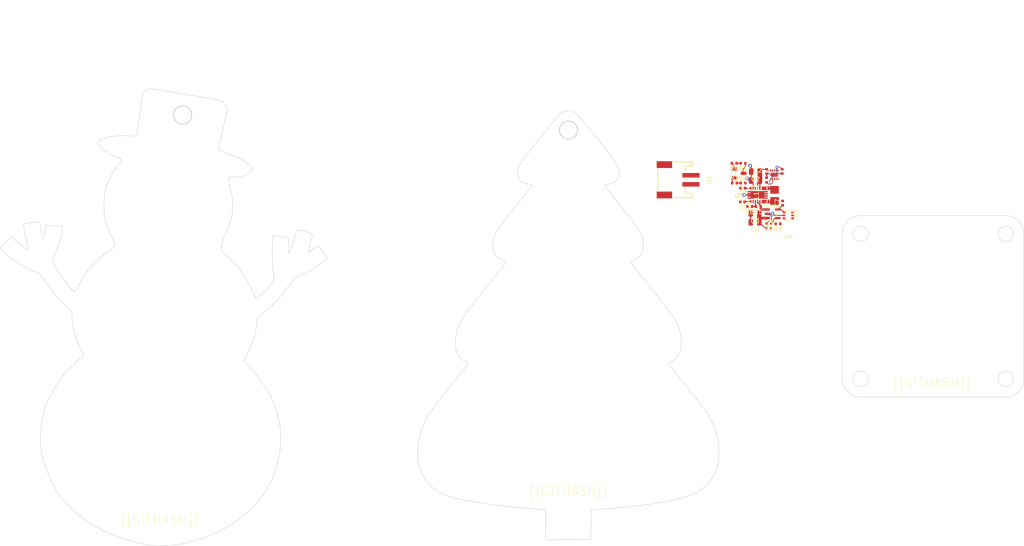
<source format=kicad_pcb>
(kicad_pcb (version 20240108) (generator "pcbnew") (generator_version "8.0")
  (layers (0 "F.Cu" signal) (31 "B.Cu" signal) (34 "B.Paste" user) (35 "F.Paste" user) (36 "B.SilkS" user "B.Silkscreen") (37 "F.SilkS" user "F.Silkscreen") (38 "B.Mask" user) (39 "F.Mask" user) (44 "Edge.Cuts" user))
  (net 0 "")
  (net 1 "gnd")
  (net 2 "vcc-6")
  (net 3 "charger.ic-pg")
  (net 4 "vcc-2")
  (net 5 "ts")
  (net 6 "iset")
  (net 7 "preterm")
  (net 8 "nc")
  (net 9 "battery-vcc")
  (net 10 "vina")
  (net 11 "l2")
  (net 12 "l1")
  (net 13 "buck_boost.ic-pg")
  (net 14 "buck_boost-vcc")
  (net 15 "buck_boost.feedback_div-out")
  (net 16 "vcc")
  (net 17 "ldo.feedback_div-out")
  (net 18 "battery_vdiv.pfet-vcc")
  (net 19 "battery_vdiv.pfet-gnd")
  (net 20 "vcc-3")
  (net 21 "vcc-1")
  (net 22 "qod")
  (net 23 "vcc-4")
  (net 24 "vcc-5")
  (footprint "lib:R0402" (layer "F.Cu") (at 199.709437 70.602658)
    (property "Reference" "R2")
    (property "Value" "62.5mW Thick Film Resistors 50V ±100ppm/℃ ±5% 360Ω 0402  Chip Resistor - Surface Mount ROHS")
  )
  (footprint "lib:C0805" (layer "F.Cu") (at 202.348245 77.290002 180)
    (property "Reference" "C3")
    (property "Value" "25V 10uF X5R ±10% 0805  Multilayer Ceramic Capacitors MLCC - SMD/SMT ROHS")
  )
  (footprint "lib:R0402" (layer "F.Cu") (at 204.900289 69.954126 90)
    (property "Reference" "R10" (hide yes))
    (property "Value" "62.5mW Thick Film Resistors 75V ±1% ±100ppm/℃ 576Ω 0402  Chip Resistor - Surface Mount ROHS")
  )
  (footprint "lib:CONN-SMD_P2.00_S2B-PH-SM4-TB-LF-SN" (layer "F.Cu") (at 185.302 69.898 -90)
    (property "Reference" "U1")
    (property "Value" "")
  )
  (footprint "lib:R0402" (layer "F.Cu") (at 207.419652 79.592989 180)
    (property "Reference" "R8")
    (property "Value" "62.5mW Thick Film Resistors ±100ppm/℃ ±1% 17.4kΩ 0402  Chip Resistor - Surface Mount ROHS")
  )
  (footprint "lib:R0402" (layer "F.Cu") (at 201.180373 75.789864 180)
    (property "Reference" "R6")
    (property "Value" "62.5mW Thick Film Resistors 50V ±100ppm/℃ ±1% 4.02kΩ 0402  Chip Resistor - Surface Mount ROHS")
  )
  (footprint "lib:C0805" (layer "F.Cu") (at 202.356905 79.275882 180)
    (property "Reference" "C4")
    (property "Value" "25V 10uF X5R ±10% 0805  Multilayer Ceramic Capacitors MLCC - SMD/SMT ROHS")
  )
  (footprint "lib:VSON-14_L4.0-W3.0-P0.50-BL-EP_TI_DSJ" (layer "F.Cu") (at 202.931 73.226)
    (property "Reference" "U2")
    (property "Value" "")
  )
  (footprint "lib:C0402" (layer "F.Cu") (at 205.354294 80.609744)
    (property "Reference" "C6")
    (property "Value" "25V 1uF X5R ±10% 0402  Multilayer Ceramic Capacitors MLCC - SMD/SMT ROHS")
  )
  (footprint "lib:C0402" (layer "F.Cu") (at 204.905499 68.061963 -90)
    (property "Reference" "C9" (hide yes))
    (property "Value" "25V 1uF X5R ±10% 0402  Multilayer Ceramic Capacitors MLCC - SMD/SMT ROHS")
  )
  (footprint "lib:C0805" (layer "F.Cu") (at 202.473645 70.080594 180)
    (property "Reference" "C1")
    (property "Value" "25V 10uF X5R ±10% 0805  Multilayer Ceramic Capacitors MLCC - SMD/SMT ROHS")
  )
  (footprint "lib:SOT-23-3_L2.9-W1.3-P1.90-LS2.4-BR" (layer "F.Cu") (at 198.845357 68.474001 180)
    (property "Reference" "Q1")
    (property "Value" "")
  )
  (footprint "lib:IND-SMD_L2.5-W2.0_WPN252012H" (layer "F.Cu") (at 206.666274 73.339782 90)
    (property "Reference" "L1")
    (property "Value" "")
  )
  (footprint "lib:R0402" (layer "F.Cu") (at 197.759439 66.248882 180)
    (property "Reference" "R4")
    (property "Value" "62.5mW Thick Film Resistors 50V ±1% ±200ppm/℃ 100Ω 0402  Chip Resistor - Surface Mount ROHS")
  )
  (footprint "lib:R0402" (layer "F.Cu") (at 199.638857 71.750519 180)
    (property "Reference" "R7")
    (property "Value" "62.5mW Thick Film Resistors 50V ±100ppm/℃ ±1% 1MΩ 0402  Chip Resistor - Surface Mount ROHS")
  )
  (footprint "lib:R0402" (layer "F.Cu") (at 203.099526 75.789864 180)
    (property "Reference" "R5")
    (property "Value" "62.5mW Thick Film Resistors 50V ±100ppm/℃ ±1% 24.3kΩ 0402  Chip Resistor - Surface Mount ROHS")
  )
  (footprint "lib:C0805" (layer "F.Cu") (at 202.461803 68.076818 180)
    (property "Reference" "C2")
    (property "Value" "25V 10uF X5R ±10% 0805  Multilayer Ceramic Capacitors MLCC - SMD/SMT ROHS")
  )
  (footprint "lib:SOT-23-5_L3.0-W1.7-P0.95-LS2.8-BL" (layer "F.Cu") (at 206.224286 77.390337 -90)
    (property "Reference" "U3")
    (property "Value" "")
  )
  (footprint "lib:R0402" (layer "F.Cu") (at 197.82673 70.602658)
    (property "Reference" "R1")
    (property "Value" "62.5mW Thick Film Resistors 50V ±100ppm/℃ ±1% 107Ω 0402  Chip Resistor - Surface Mount ROHS")
  )
  (footprint "lib:R0402" (layer "F.Cu") (at 205.358995 79.588984 180)
    (property "Reference" "R9")
    (property "Value" "62.5mW Thick Film Resistors 50V ±100ppm/℃ ±1% 10.2kΩ 0402  Chip Resistor - Surface Mount ROHS")
  )
  (footprint "lib:C0402" (layer "F.Cu") (at 199.578784 74.764315 180)
    (property "Reference" "C5")
    (property "Value" "16V 100nF X7R ±10% 0402  Multilayer Ceramic Capacitors MLCC - SMD/SMT ROHS")
  )
  (footprint "lib:C0402" (layer "F.Cu") (at 208.432153 75.043964 90)
    (property "Reference" "C7")
    (property "Value" "25V 1uF X5R ±10% 0402  Multilayer Ceramic Capacitors MLCC - SMD/SMT ROHS")
  )
  (footprint "lib:R0402" (layer "F.Cu") (at 199.700953 66.246876 180)
    (property "Reference" "R3")
    (property "Value" "62.5mW Thick Film Resistors 50V ±100ppm/℃ ±1% 100kΩ 0402  Chip Resistor - Surface Mount ROHS")
  )
  (footprint "lib:SC-70-6_L2.2-W1.3-P0.65-LS2.1-BR" (layer "F.Cu") (at 209.708149 77.739439 180)
    (property "Reference" "U4")
    (property "Value" "")
  )
  (footprint "lib:C0402" (layer "F.Cu") (at 208.33857 68.042613 -90)
    (property "Reference" "C8" (hide yes))
    (property "Value" "25V 1uF X5R ±10% 0402  Multilayer Ceramic Capacitors MLCC - SMD/SMT ROHS")
  )
  (footprint "lib:WSON-10_L2.0-W2.0-P0.40-BL-EP" (layer "F.Cu") (at 206.636948 68.779783)
    (property "Reference" "U5" (hide yes))
    (property "Value" "")
  )
  (gr_circle (center 225.62 81.79) (end 227.32 81.79) (stroke (width 0.1)) (fill none) (layer "Edge.Cuts"))
  (gr_circle (center 257.62 113.79) (end 259.32 113.79) (stroke (width 0.1)) (fill none) (layer "Edge.Cuts"))
  (gr_circle (center 257.62 81.79) (end 259.32 81.79) (stroke (width 0.1)) (fill none) (layer "Edge.Cuts"))
  (gr_poly (pts (xy 75.142222 50.797022) (xy 79.756606 51.568267) (xy 82.366969 51.99203) (xy 83.019066 52.095762) (xy 83.303876 52.146979) (xy 83.563537 52.198618) (xy 83.799806 52.251323) (xy 84.01444 52.305736) (xy 84.209196 52.362498) (xy 84.385831 52.422252) (xy 84.546102 52.485641) (xy 84.691766 52.553306) (xy 84.824581 52.62589) (xy 84.946303 52.704035) (xy 85.05869 52.788383) (xy 85.163499 52.879577) (xy 85.262486 52.978258) (xy 85.357409 53.08507) (xy 85.479286 53.234958) (xy 85.586233 53.378736) (xy 85.634185 53.44915) (xy 85.678498 53.519015) (xy 85.719202 53.588656) (xy 85.75633 53.658402) (xy 85.789911 53.728576) (xy 85.819976 53.799506) (xy 85.846558 53.871517) (xy 85.869686 53.944936) (xy 85.889392 54.020089) (xy 85.905707 54.097301) (xy 85.918662 54.176899) (xy 85.928287 54.259209) (xy 85.934615 54.344557) (xy 85.937675 54.433269) (xy 85.937499 54.525672) (xy 85.934119 54.62209) (xy 85.927564 54.722851) (xy 85.917866 54.82828) (xy 85.889166 55.054449) (xy 85.848266 55.303204) (xy 85.795414 55.577155) (xy 85.730859 55.878909) (xy 85.654849 56.211077) (xy 84.878546 59.55341) (xy 84.657875 60.550977) (xy 84.450892 61.532488) (xy 84.331406 62.116419) (xy 84.229648 62.629765) (xy 84.15639 63.017063) (xy 84.122409 63.222849) (xy 84.123062 63.236814) (xy 84.127967 63.251873) (xy 84.137065 63.268001) (xy 84.150302 63.285171) (xy 84.167619 63.303357) (xy 84.188962 63.322534) (xy 84.214273 63.342674) (xy 84.243497 63.363751) (xy 84.313454 63.408613) (xy 84.398381 63.456909) (xy 84.497828 63.50843) (xy 84.611342 63.562966) (xy 84.738473 63.620306) (xy 84.878767 63.680241) (xy 85.031775 63.742561) (xy 85.197043 63.807056) (xy 85.374121 63.873515) (xy 85.562558 63.94173) (xy 85.7619 64.011489) (xy 85.971698 64.082583) (xy 86.585981 64.296029) (xy 87.172975 64.516947) (xy 87.730729 64.744054) (xy 88.257293 64.976069) (xy 88.75072 65.211708) (xy 89.209058 65.449689) (xy 89.63036 65.68873) (xy 90.012676 65.927548) (xy 90.354056 66.16486) (xy 90.652552 66.399385) (xy 90.906214 66.629839) (xy 91.113092 66.85494) (xy 91.271238 67.073405) (xy 91.378702 67.283953) (xy 91.412819 67.385857) (xy 91.433535 67.485301) (xy 91.440605 67.582123) (xy 91.433787 67.676165) (xy 91.41712 67.753004) (xy 91.390362 67.829368) (xy 91.35383 67.905131) (xy 91.307839 67.980165) (xy 91.252707 68.054343) (xy 91.188749 68.12754) (xy 91.116281 68.199626) (xy 91.03562 68.270477) (xy 90.947082 68.339964) (xy 90.850984 68.407961) (xy 90.747641 68.47434) (xy 90.637371 68.538975) (xy 90.520488 68.601739) (xy 90.39731 68.662505) (xy 90.268153 68.721145) (xy 90.133332 68.777534) (xy 89.993165 68.831543) (xy 89.847967 68.883047) (xy 89.543745 68.978027) (xy 89.223197 69.06146) (xy 88.888852 69.132329) (xy 88.54324 69.189618) (xy 88.188892 69.232313) (xy 88.009232 69.24787) (xy 87.828337 69.259397) (xy 87.646523 69.266767) (xy 87.464106 69.269854) (xy 87.202959 69.272042) (xy 86.97453 69.277492) (xy 86.777472 69.288473) (xy 86.690288 69.296746) (xy 86.610443 69.307253) (xy 86.537768 69.320276) (xy 86.472096 69.3361) (xy 86.413258 69.355009) (xy 86.361087 69.377285) (xy 86.315414 69.403211) (xy 86.276071 69.433073) (xy 86.24289 69.467154) (xy 86.215703 69.505736) (xy 86.194342 69.549103) (xy 86.178638 69.59754) (xy 86.168424 69.65133) (xy 86.163532 69.710755) (xy 86.163793 69.776101) (xy 86.169039 69.847649) (xy 86.179102 69.925685) (xy 86.193814 70.010491) (xy 86.236514 70.20155) (xy 86.295792 70.423093) (xy 86.370304 70.677389) (xy 86.458705 70.966708) (xy 86.582128 71.384478) (xy 86.694998 71.803093) (xy 86.797211 72.221567) (xy 86.888665 72.638919) (xy 86.969257 73.054166) (xy 87.038885 73.466323) (xy 87.097447 73.874409) (xy 87.144838 74.277439) (xy 87.180958 74.674432) (xy 87.205702 75.064404) (xy 87.21897 75.446371) (xy 87.220657 75.819352) (xy 87.210662 76.182361) (xy 87.188881 76.534418) (xy 87.155212 76.874538) (xy 87.109553 77.201739) (xy 86.986123 77.871628) (xy 86.830027 78.558912) (xy 86.643845 79.255662) (xy 86.430157 79.953949) (xy 86.19154 80.645848) (xy 85.930575 81.323429) (xy 85.649841 81.978766) (xy 85.351916 82.60393) (xy 85.189192 82.938586) (xy 85.118752 83.093315) (xy 85.055229 83.240939) (xy 84.998352 83.382431) (xy 84.947849 83.518761) (xy 84.903447 83.650903) (xy 84.864875 83.779828) (xy 84.831859 83.906506) (xy 84.804129 84.031911) (xy 84.781412 84.157013) (xy 84.763435 84.282785) (xy 84.749927 84.410197) (xy 84.740615 84.540223) (xy 84.735228 84.673833) (xy 84.733493 84.811999) (xy 84.736223 85.129082) (xy 84.741369 85.261496) (xy 84.750575 85.379459) (xy 84.764997 85.485194) (xy 84.774524 85.534172) (xy 84.785789 85.580928) (xy 84.798934 85.625739) (xy 84.814106 85.668884) (xy 84.831447 85.710641) (xy 84.851104 85.751288) (xy 84.873219 85.791103) (xy 84.897937 85.830364) (xy 84.925403 85.869349) (xy 84.955761 85.908337) (xy 84.989155 85.947605) (xy 85.02573 85.987432) (xy 85.109 86.069873) (xy 85.206725 86.157886) (xy 85.320061 86.253696) (xy 85.598185 86.477602) (xy 86.096863 86.886277) (xy 86.577755 87.306529) (xy 87.04138 87.739064) (xy 87.488258 88.184586) (xy 87.918909 88.6438) (xy 88.333852 89.117412) (xy 88.733607 89.606125) (xy 89.118694 90.110646) (xy 89.489632 90.631678) (xy 89.846941 91.169927) (xy 90.19114 91.726098) (xy 90.52275 92.300895) (xy 90.84229 92.895024) (xy 91.150279 93.509189) (xy 91.447237 94.144095) (xy 91.733683 94.800448) (xy 91.84059 95.047283) (xy 91.945802 95.277558) (xy 92.046625 95.486234) (xy 92.140364 95.668271) (xy 92.224324 95.818627) (xy 92.295813 95.932265) (xy 92.326039 95.973739) (xy 92.352136 96.004143) (xy 92.373767 96.022848) (xy 92.382804 96.027616) (xy 92.390597 96.029223) (xy 92.399173 96.028006) (xy 92.410522 96.024397) (xy 92.441219 96.010237) (xy 92.482045 95.987221) (xy 92.53236 95.955824) (xy 92.591521 95.916524) (xy 92.658887 95.869798) (xy 92.815666 95.755976) (xy 92.997564 95.618173) (xy 93.199447 95.460204) (xy 93.416182 95.285885) (xy 93.642634 95.099032) (xy 93.891007 94.882848) (xy 94.141366 94.648628) (xy 94.390948 94.400061) (xy 94.636991 94.140836) (xy 94.87673 93.874641) (xy 95.107403 93.605164) (xy 95.326247 93.336095) (xy 95.530498 93.071122) (xy 95.717394 92.813933) (xy 95.884171 92.568218) (xy 96.028066 92.337665) (xy 96.146316 92.125962) (xy 96.236159 91.936798) (xy 96.294829 91.773863) (xy 96.311612 91.703383) (xy 96.319566 91.640844) (xy 96.318345 91.586706) (xy 96.307605 91.54143) (xy 96.264441 91.378418) (xy 96.221593 91.121805) (xy 96.138989 90.373142) (xy 96.064068 89.386161) (xy 96.001109 88.251583) (xy 95.954389 87.060129) (xy 95.928186 85.902519) (xy 95.926777 84.869474) (xy 95.95444 84.051714) (xy 96.07471 82.177477) (xy 97.36716 82.304781) (xy 98.13507 82.379263) (xy 98.441266 82.413109) (xy 98.700599 82.449744) (xy 98.916803 82.492956) (xy 99.009898 82.518212) (xy 99.09361 82.546534) (xy 99.168406 82.578395) (xy 99.234753 82.614268) (xy 99.293117 82.654627) (xy 99.343964 82.699946) (xy 99.387763 82.750698) (xy 99.424978 82.807357) (xy 99.456076 82.870396) (xy 99.481525 82.94029) (xy 99.501791 83.017511) (xy 99.51734 83.102533) (xy 99.536155 83.297877) (xy 99.541702 83.530109) (xy 99.537716 83.803018) (xy 99.51607 84.486025) (xy 99.501811 85.019341) (xy 99.495778 85.429631) (xy 99.49953 85.727933) (xy 99.505563 85.838537) (xy 99.514626 85.925284) (xy 99.526915 85.989553) (xy 99.542625 86.032723) (xy 99.551823 86.046828) (xy 99.56195 86.056175) (xy 99.573029 86.060938) (xy 99.585085 86.061289) (xy 99.612224 86.049443) (xy 99.643564 86.022019) (xy 99.679299 85.980395) (xy 99.719623 85.925951) (xy 99.770963 85.835961) (xy 99.83738 85.6921) (xy 100.00736 85.267042) (xy 100.213404 84.699332) (xy 100.439353 84.037526) (xy 100.669049 83.330178) (xy 100.886332 82.625845) (xy 101.075044 81.973082) (xy 101.219027 81.420443) (xy 101.232451 81.367288) (xy 101.246658 81.317349) (xy 101.261814 81.270604) (xy 101.278084 81.227032) (xy 101.295634 81.186611) (xy 101.314631 81.149321) (xy 101.33524 81.115138) (xy 101.357628 81.084043) (xy 101.381959 81.056013) (xy 101.4084 81.031027) (xy 101.437117 81.009064) (xy 101.468275 80.990102) (xy 101.502041 80.974119) (xy 101.538581 80.961095) (xy 101.578059 80.951007) (xy 101.620643 80.943835) (xy 101.666497 80.939556) (xy 101.715788 80.938149) (xy 101.768682 80.939594) (xy 101.825345 80.943867) (xy 101.885942 80.950949) (xy 101.950639 80.960817) (xy 102.019603 80.97345) (xy 102.092998 80.988826) (xy 102.170992 81.006924) (xy 102.253749 81.027723) (xy 102.434219 81.077337) (xy 102.635734 81.137495) (xy 102.859622 81.208025) (xy 103.581471 81.438726) (xy 103.868146 81.535185) (xy 104.108644 81.625316) (xy 104.212356 81.669476) (xy 104.305459 81.713816) (xy 104.388264 81.758923) (xy 104.461082 81.805384) (xy 104.524226 81.853787) (xy 104.578006 81.904719) (xy 104.622735 81.958768) (xy 104.658725 82.01652) (xy 104.686285 82.078563) (xy 104.705729 82.145484) (xy 104.717368 82.217871) (xy 104.721513 82.296311) (xy 104.718476 82.381392) (xy 104.708568 82.4737) (xy 104.692102 82.573823) (xy 104.669388 82.682348) (xy 104.606464 82.926954) (xy 104.522289 83.212218) (xy 104.300158 83.92351) (xy 104.076968 84.658354) (xy 103.993442 84.95378) (xy 103.929762 85.203046) (xy 103.886777 85.407528) (xy 103.865337 85.568604) (xy 103.862962 85.633296) (xy 103.866292 85.687652) (xy 103.875434 85.731846) (xy 103.890492 85.766049) (xy 103.911574 85.790433) (xy 103.938786 85.805172) (xy 103.972234 85.810436) (xy 104.012025 85.806398) (xy 104.058263 85.79323) (xy 104.111056 85.771105) (xy 104.236732 85.700671) (xy 104.3899 85.596472) (xy 104.571411 85.459887) (xy 105.02286 85.095065) (xy 105.918216 84.355181) (xy 106.388476 84.86751) (xy 106.496975 84.987739) (xy 106.625318 85.133369) (xy 106.92254 85.478508) (xy 107.242155 85.858286) (xy 107.546176 86.22806) (xy 108.2336 87.076296) (xy 106.72333 88.254687) (xy 106.031007 88.783192) (xy 105.392025 89.245391) (xy 105.089314 89.453516) (xy 104.796071 89.647331) (xy 104.511007 89.827593) (xy 104.232833 89.995056) (xy 103.960259 90.150478) (xy 103.691998 90.294613) (xy 103.426759 90.428217) (xy 103.163254 90.552046) (xy 102.900193 90.666855) (xy 102.636288 90.773401) (xy 102.370249 90.872439) (xy 102.100787 90.964724) (xy 101.955978 91.013649) (xy 101.818902 91.062832) (xy 101.689432 91.112348) (xy 101.567439 91.162273) (xy 101.452795 91.212683) (xy 101.345371 91.263651) (xy 101.245039 91.315254) (xy 101.151671 91.367567) (xy 101.065138 91.420665) (xy 100.985313 91.474624) (xy 100.912065 91.529517) (xy 100.845269 91.585421) (xy 100.784794 91.642412) (xy 100.730512 91.700563) (xy 100.682296 91.759951) (xy 100.640017 91.82065) (xy 100.313962 92.312951) (xy 99.958065 92.82026) (xy 99.575318 93.339289) (xy 99.168711 93.866747) (xy 98.741234 94.399346) (xy 98.295878 94.933795) (xy 97.835635 95.466804) (xy 97.363494 95.995083) (xy 96.882446 96.515343) (xy 96.395482 97.024295) (xy 95.905593 97.518647) (xy 95.415769 97.995111) (xy 94.929002 98.450396) (xy 94.44828 98.881213) (xy 93.976596 99.284272) (xy 93.51694 99.656283) (xy 93.364132 99.777198) (xy 93.228349 99.887118) (xy 93.108601 99.987555) (xy 93.003899 100.080022) (xy 92.913256 100.166032) (xy 92.835682 100.247098) (xy 92.770188 100.324733) (xy 92.741662 100.362737) (xy 92.715786 100.40045) (xy 92.692435 100.438062) (xy 92.671487 100.475762) (xy 92.652817 100.513738) (xy 92.636302 100.552181) (xy 92.621819 100.591279) (xy 92.609244 100.631221) (xy 92.589322 100.714395) (xy 92.575548 100.803215) (xy 92.566934 100.899195) (xy 92.56249 101.003847) (xy 92.561229 101.118685) (xy 92.548214 101.459191) (xy 92.510172 101.840399) (xy 92.448603 102.257479) (xy 92.365007 102.705605) (xy 92.260885 103.179948) (xy 92.137739 103.675679) (xy 91.997068 104.187971) (xy 91.840373 104.711996) (xy 91.669155 105.242926) (xy 91.484915 105.775933) (xy 91.289154 106.306188) (xy 91.083372 106.828864) (xy 90.86907 107.339132) (xy 90.647749 107.832164) (xy 90.420909 108.303133) (xy 90.190051 108.74721) (xy 89.658061 109.729433) (xy 90.799319 111.025652) (xy 91.552256 111.894452) (xy 92.247519 112.726345) (xy 92.887901 113.52649) (xy 93.476195 114.300047) (xy 94.015193 115.052178) (xy 94.507688 115.788042) (xy 94.956473 116.5128) (xy 95.364341 117.231612) (xy 95.734083 117.949638) (xy 96.068493 118.672038) (xy 96.370364 119.403974) (xy 96.642488 120.150605) (xy 96.887657 120.917091) (xy 97.108665 121.708593) (xy 97.308304 122.530271) (xy 97.489367 123.387286) (xy 97.659586 124.435519) (xy 97.764545 125.512723) (xy 97.805707 126.613102) (xy 97.784533 127.73086) (xy 97.702485 128.860202) (xy 97.561026 129.995332) (xy 97.361618 131.130454) (xy 97.105722 132.259774) (xy 96.794801 133.377494) (xy 96.430316 134.47782) (xy 96.01373 135.554956) (xy 95.546505 136.603107) (xy 95.030102 137.616476) (xy 94.465984 138.589268) (xy 93.855613 139.515689) (xy 93.20045 140.389941) (xy 92.386005 141.350273) (xy 91.510226 142.273552) (xy 90.576227 143.158109) (xy 89.587122 144.002278) (xy 88.546024 144.80439) (xy 87.456048 145.562779) (xy 86.320308 146.275777) (xy 85.141916 146.941716) (xy 83.923988 147.558929) (xy 82.669636 148.125749) (xy 81.381976 148.640508) (xy 80.06412 149.101539) (xy 78.719182 149.507174) (xy 77.350277 149.855747) (xy 75.960518 150.145589) (xy 74.553019 150.375033) (xy 73.862872 150.459306) (xy 73.131633 150.525975) (xy 72.383923 150.574372) (xy 71.644361 150.603827) (xy 70.93757 150.613671) (xy 70.288169 150.603235) (xy 69.720779 150.57185) (xy 69.475532 150.548093) (xy 69.26002 150.518847) (xy 69.260051 150.518832) (xy 67.831835 150.262486) (xy 66.416949 149.953785) (xy 65.016193 149.592984) (xy 63.630368 149.180338) (xy 62.260274 148.716103) (xy 60.90671 148.200532) (xy 59.570477 147.633881) (xy 58.252375 147.016405) (xy 57.283074 146.528505) (xy 56.847829 146.298277) (xy 56.438641 146.072324) (xy 56.050351 145.846994) (xy 55.6778 145.618633) (xy 55.315827 145.383588) (xy 54.959273 145.138205) (xy 54.602979 144.87883) (xy 54.241783 144.601811) (xy 53.870528 144.303492) (xy 53.484054 143.980222) (xy 52.644807 143.244211) (xy 51.682765 142.36455) (xy 51.097036 141.804159) (xy 50.54538 141.238954) (xy 50.025658 140.665073) (xy 49.535731 140.078649) (xy 49.07346 139.475819) (xy 48.636705 138.852719) (xy 48.223328 138.205483) (xy 47.831189 137.530249) (xy 47.458149 136.823151) (xy 47.10207 136.080325) (xy 46.760812 135.297907) (xy 46.432236 134.472032) (xy 46.114202 133.598836) (xy 45.804573 132.674455) (xy 45.501208 131.695024) (xy 45.201968 130.656679) (xy 45.078569 130.147371) (xy 44.978794 129.594224) (xy 44.90231 129.00242) (xy 44.848785 128.377144) (xy 44.817886 127.723579) (xy 44.809281 127.046907) (xy 44.822637 126.352311) (xy 44.857621 125.644974) (xy 44.913901 124.93008) (xy 44.991145 124.212811) (xy 45.089019 123.498351) (xy 45.207191 122.791883) (xy 45.345328 122.098589) (xy 45.503099 121.423652) (xy 45.68017 120.772256) (xy 45.876208 120.149584) (xy 46.005143 119.787909) (xy 46.154924 119.401263) (xy 46.508073 118.570286) (xy 46.917749 117.69111) (xy 47.366047 116.79819) (xy 47.83506 115.92598) (xy 48.306883 115.108937) (xy 48.76361 114.381515) (xy 48.980717 114.062179) (xy 49.187335 113.77817) (xy 49.387433 113.519297) (xy 49.599256 113.255538) (xy 50.056372 112.715109) (xy 50.555279 112.160374) (xy 51.092575 111.594824) (xy 51.664855 111.021952) (xy 52.268718 110.445248) (xy 52.900758 109.868205) (xy 53.557574 109.294314) (xy 54.329783 108.634142) (xy 53.616031 107.110232) (xy 53.390001 106.6154) (xy 53.179365 106.128819) (xy 52.984012 105.650049) (xy 52.803829 105.178652) (xy 52.638704 104.71419) (xy 52.488525 104.256224) (xy 52.353181 103.804315) (xy 52.232559 103.358025) (xy 52.126547 102.916915) (xy 52.035034 102.480548) (xy 51.957906 102.048484) (xy 51.895053 101.620284) (xy 51.846363 101.195511) (xy 51.811722 100.773726) (xy 51.79102 100.35449) (xy 51.784144 99.937365) (xy 51.780657 99.620612) (xy 51.776007 99.482669) (xy 51.769161 99.357285) (xy 51.759927 99.243666) (xy 51.748111 99.141014) (xy 51.733519 99.048534) (xy 51.715958 98.96543) (xy 51.695233 98.890904) (xy 51.671153 98.824161) (xy 51.643523 98.764406) (xy 51.612149 98.71084) (xy 51.576839 98.662669) (xy 51.537399 98.619096) (xy 51.493635 98.579325) (xy 51.445353 98.542559) (xy 51.149902 98.324092) (xy 50.839064 98.073347) (xy 50.514896 97.792628) (xy 50.179453 97.484238) (xy 49.834791 97.150482) (xy 49.482966 96.793665) (xy 49.126033 96.41609) (xy 48.766047 96.020062) (xy 48.405065 95.607885) (xy 48.045142 95.181864) (xy 47.688333 94.744302) (xy 47.336694 94.297504) (xy 46.992281 93.843774) (xy 46.657149 93.385417) (xy 46.333354 92.924737) (xy 46.022952 92.464037) (xy 45.611719 91.844971) (xy 45.279782 91.362091) (xy 45.137757 91.165551) (xy 45.008606 90.995655) (xy 44.89001 90.849933) (xy 44.779654 90.725918) (xy 44.675221 90.621143) (xy 44.574392 90.533138) (xy 44.474852 90.459437) (xy 44.374284 90.397571) (xy 44.27037 90.345073) (xy 44.160793 90.299474) (xy 44.043237 90.258307) (xy 43.915385 90.219103) (xy 43.593888 90.117525) (xy 43.255864 89.996009) (xy 42.903268 89.855657) (xy 42.538058 89.697573) (xy 42.162189 89.522858) (xy 41.777618 89.332616) (xy 41.386301 89.127951) (xy 40.990194 88.909964) (xy 40.591254 88.679759) (xy 40.191438 88.438438) (xy 39.792701 88.187105) (xy 39.396999 87.926862) (xy 39.00629 87.658812) (xy 38.622529 87.384058) (xy 38.247673 87.103703) (xy 37.883677 86.81885) (xy 37.49456 86.502783) (xy 37.131548 86.199554) (xy 36.802586 85.916398) (xy 36.515619 85.660548) (xy 36.278593 85.439239) (xy 36.099452 85.259705) (xy 36.034071 85.187865) (xy 35.986141 85.129182) (xy 35.956654 85.08456) (xy 35.946605 85.054903) (xy 35.948192 85.042433) (xy 35.952903 85.026953) (xy 35.971384 84.987332) (xy 36.001425 84.936776) (xy 36.042403 84.876021) (xy 36.093695 84.805804) (xy 36.154681 84.726859) (xy 36.224736 84.639924) (xy 36.303239 84.545735) (xy 36.389567 84.445026) (xy 36.483097 84.338536) (xy 36.689276 84.11115) (xy 36.916796 83.869466) (xy 37.037003 83.745102) (xy 37.160678 83.619372) (xy 38.374759 82.395922) (xy 39.365809 83.301684) (xy 39.814301 83.698656) (xy 40.266196 84.075272) (xy 40.704205 84.419302) (xy 41.111041 84.718514) (xy 41.469414 84.960676) (xy 41.625024 85.056541) (xy 41.762035 85.133557) (xy 41.878286 85.190195) (xy 41.971615 85.224926) (xy 42.039863 85.236222) (xy 42.063905 85.232603) (xy 42.080867 85.222552) (xy 42.085566 85.215268) (xy 42.089233 85.203934) (xy 42.093537 85.169549) (xy 42.093921 85.120268) (xy 42.090523 85.056964) (xy 42.083485 84.98051) (xy 42.072948 84.891778) (xy 42.059051 84.79164) (xy 42.041937 84.68097) (xy 41.998614 84.43152) (xy 41.944105 84.150408) (xy 41.879534 83.844615) (xy 41.806025 83.52112) (xy 41.578977 82.541169) (xy 41.399614 81.732306) (xy 41.265507 81.079136) (xy 41.174225 80.56626) (xy 41.123338 80.17828) (xy 41.112283 80.026315) (xy 41.110416 79.899799) (xy 41.117432 79.796809) (xy 41.133029 79.71542) (xy 41.156901 79.653706) (xy 41.188746 79.609743) (xy 41.213078 79.592846) (xy 41.252556 79.575085) (xy 41.372962 79.537437) (xy 41.541984 79.497733) (xy 41.751641 79.456905) (xy 42.26094 79.37561) (xy 42.837013 79.301016) (xy 43.416018 79.240586) (xy 43.934111 79.201782) (xy 44.150364 79.192822) (xy 44.327447 79.192067) (xy 44.45738 79.20045) (xy 44.532183 79.218905) (xy 44.538527 79.223215) (xy 44.545097 79.229471) (xy 44.551878 79.23762) (xy 44.558855 79.247608) (xy 44.573336 79.272888) (xy 44.588416 79.304879) (xy 44.603974 79.343154) (xy 44.619887 79.387282) (xy 44.636031 79.436835) (xy 44.652284 79.491383) (xy 44.668525 79.550496) (xy 44.684629 79.613746) (xy 44.700475 79.680703) (xy 44.715939 79.750937) (xy 44.7309 79.82402) (xy 44.745234 79.899521) (xy 44.75882 79.977012) (xy 44.771533 80.056063) (xy 44.946351 81.130774) (xy 45.025944 81.564983) (xy 45.101061 81.931234) (xy 45.172253 82.230134) (xy 45.24007 82.462288) (xy 45.305063 82.628302) (xy 45.336673 82.686696) (xy 45.367783 82.728781) (xy 45.398463 82.754634) (xy 45.428781 82.764331) (xy 45.458807 82.757947) (xy 45.488608 82.735557) (xy 45.518254 82.697238) (xy 45.547814 82.643066) (xy 45.606951 82.487462) (xy 45.666568 82.269351) (xy 45.727218 81.98934) (xy 45.78945 81.648032) (xy 45.853816 81.246035) (xy 46.055377 79.918581) (xy 47.417926 79.96628) (xy 48.109143 79.993687) (xy 48.392021 80.009194) (xy 48.636741 80.027435) (xy 48.846051 80.049559) (xy 49.022696 80.076715) (xy 49.169424 80.110051) (xy 49.288982 80.150717) (xy 49.339431 80.174158) (xy 49.384117 80.199861) (xy 49.423385 80.227972) (xy 49.457577 80.258632) (xy 49.487036 80.291987) (xy 49.512107 80.32818) (xy 49.533132 80.367353) (xy 49.550455 80.409652) (xy 49.575367 80.504197) (xy 49.589592 80.612965) (xy 49.595876 80.737105) (xy 49.596965 80.877764) (xy 49.590289 81.099803) (xy 49.571905 81.336737) (xy 49.542029 81.587807) (xy 49.500879 81.852253) (xy 49.448672 82.129318) (xy 49.385623 82.418243) (xy 49.311951 82.718269) (xy 49.227873 83.028637) (xy 49.133604 83.34859) (xy 49.029362 83.677367) (xy 48.915364 84.014212) (xy 48.791827 84.358364) (xy 48.658967 84.709065) (xy 48.517002 85.065558) (xy 48.366148 85.427082) (xy 48.206622 85.792879) (xy 47.949769 86.374791) (xy 47.755997 86.832451) (xy 47.68104 87.021721) (xy 47.619784 87.188367) (xy 47.571537 87.335205) (xy 47.535609 87.465048) (xy 47.511311 87.580709) (xy 47.497952 87.685002) (xy 47.494842 87.78074) (xy 47.501291 87.870737) (xy 47.516609 87.957807) (xy 47.540106 88.044763) (xy 47.571091 88.134418) (xy 47.608874 88.229586) (xy 47.761079 88.551834) (xy 47.975096 88.939463) (xy 48.241913 89.380584) (xy 48.55252 89.863307) (xy 49.269066 90.905997) (xy 50.052651 91.972411) (xy 50.831193 92.967426) (xy 51.196047 93.408433) (xy 51.532609 93.795921) (xy 51.831869 94.117998) (xy 52.084818 94.362774) (xy 52.282443 94.518359) (xy 52.357694 94.558989) (xy 52.415736 94.572863) (xy 52.426811 94.571375) (xy 52.439084 94.56696) (xy 52.452509 94.559691) (xy 52.467041 94.549641) (xy 52.482633 94.536883) (xy 52.499239 94.521489) (xy 52.516813 94.503532) (xy 52.535309 94.483086) (xy 52.574881 94.435018) (xy 52.617586 94.377866) (xy 52.663055 94.312214) (xy 52.710918 94.238646) (xy 52.760808 94.157745) (xy 52.812354 94.070093) (xy 52.865187 93.976276) (xy 52.918939 93.876875) (xy 52.97324 93.772474) (xy 53.02772 93.663657) (xy 53.082012 93.551007) (xy 53.135745 93.435107) (xy 53.405424 92.869327) (xy 53.69623 92.311615) (xy 54.007442 91.76282) (xy 54.338342 91.223792) (xy 54.688208 90.695381) (xy 55.05632 90.178436) (xy 55.441958 89.673808) (xy 55.844402 89.182347) (xy 56.262932 88.704901) (xy 56.696828 88.242322) (xy 57.145369 87.795459) (xy 57.607836 87.365163) (xy 58.083508 86.952281) (xy 58.571665 86.557666) (xy 59.071586 86.182166) (xy 59.582553 85.826632) (xy 59.914962 85.598282) (xy 60.214172 85.3804) (xy 60.477869 85.17504) (xy 60.595674 85.077698) (xy 60.703732 84.984257) (xy 60.801753 84.894974) (xy 60.889447 84.810106) (xy 60.966524 84.72991) (xy 61.032694 84.654642) (xy 61.087669 84.584559) (xy 61.131158 84.519919) (xy 61.162872 84.460977) (xy 61.182521 84.407992) (xy 61.189444 84.378526) (xy 61.194656 84.347449) (xy 61.198136 84.314702) (xy 61.199864 84.280227) (xy 61.197977 84.205863) (xy 61.188829 84.123892) (xy 61.172254 84.033852) (xy 61.148084 83.935279) (xy 61.116154 83.82771) (xy 61.076297 83.71068) (xy 61.028345 83.583727) (xy 60.972134 83.446388) (xy 60.907495 83.298197) (xy 60.834263 83.138693) (xy 60.75227 82.967412) (xy 60.661351 82.783889) (xy 60.561339 82.587662) (xy 60.452067 82.378268) (xy 60.237971 81.961359) (xy 60.041673 81.555601) (xy 59.862568 81.158484) (xy 59.700049 80.767498) (xy 59.553508 80.380135) (xy 59.422339 79.993885) (xy 59.305935 79.60624) (xy 59.203689 79.21469) (xy 59.114995 78.816725) (xy 59.039245 78.409838) (xy 58.975833 77.991518) (xy 58.924151 77.559256) (xy 58.883594 77.110544) (xy 58.853553 76.642872) (xy 58.833423 76.153731) (xy 58.822596 75.640612) (xy 58.82378 75.019765) (xy 58.843433 74.425285) (xy 58.882591 73.854032) (xy 58.942291 73.302869) (xy 59.023569 72.768658) (xy 59.127459 72.248262) (xy 59.255 71.738542) (xy 59.407225 71.236361) (xy 59.585172 70.73858) (xy 59.789877 70.242062) (xy 60.022374 69.743669) (xy 60.283701 69.240263) (xy 60.574893 68.728705) (xy 60.896986 68.205859) (xy 61.251015 67.668586) (xy 61.638018 67.113749) (xy 61.84244 66.825076) (xy 62.020375 66.566593) (xy 62.17201 66.336298) (xy 62.29753 66.132187) (xy 62.397121 65.95226) (xy 62.470968 65.794512) (xy 62.498296 65.72333) (xy 62.519258 65.656942) (xy 62.533877 65.595098) (xy 62.542176 65.537547) (xy 62.544179 65.484039) (xy 62.539908 65.434323) (xy 62.529387 65.388151) (xy 62.512639 65.34527) (xy 62.489688 65.305431) (xy 62.460556 65.268384) (xy 62.425267 65.233878) (xy 62.383844 65.201662) (xy 62.33631 65.171487) (xy 62.282689 65.143103) (xy 62.157276 65.090703) (xy 62.007792 65.042459) (xy 61.834422 64.996371) (xy 61.657986 64.943069) (xy 61.445562 64.862593) (xy 61.203024 64.758325) (xy 60.93625 64.633653) (xy 60.353499 64.336631) (xy 59.744319 63.998608) (xy 59.155721 63.646664) (xy 58.634716 63.307879) (xy 58.414252 63.151884) (xy 58.228316 63.009334) (xy 58.082783 62.883614) (xy 57.983531 62.778109) (xy 57.869943 62.622242) (xy 57.777351 62.470362) (xy 57.705558 62.322559) (xy 57.654369 62.178917) (xy 57.623588 62.039526) (xy 57.613018 61.904471) (xy 57.622463 61.773839) (xy 57.651728 61.647718) (xy 57.700616 61.526195) (xy 57.768931 61.409356) (xy 57.856477 61.297289) (xy 57.963058 61.190081) (xy 58.088479 61.087819) (xy 58.232542 60.99059) (xy 58.395052 60.89848) (xy 58.575812 60.811578) (xy 58.774627 60.72997) (xy 58.991301 60.653743) (xy 59.225638 60.582984) (xy 59.477441 60.51778) (xy 59.746514 60.458218) (xy 60.032661 60.404385) (xy 60.335687 60.356369) (xy 60.655395 60.314256) (xy 60.991589 60.278134) (xy 61.344073 60.248089) (xy 61.712651 60.224208) (xy 62.097127 60.20658) (xy 62.497305 60.195289) (xy 62.912988 60.190424) (xy 63.343981 60.192072) (xy 63.790088 60.20032) (xy 66.056857 60.258219) (xy 66.273486 58.80189) (xy 66.542465 56.891029) (xy 66.884944 54.341891) (xy 67.190183 52.053843) (xy 67.248082 51.679802) (xy 67.303557 51.37005) (xy 67.359078 51.117137) (xy 67.417116 50.913616) (xy 67.48014 50.752035) (xy 67.55062 50.624945) (xy 67.631027 50.524898) (xy 67.72383 50.444442) (xy 67.831501 50.37613) (xy 67.956508 50.312512) (xy 68.268412 50.169558) (xy 69.100734 49.778315)) (stroke (width 0.1)) (fill none) (layer "Edge.Cuts"))
  (gr_arc (start 261.62 113.79) (mid 260.448427 116.618427) (end 257.62 117.79) (stroke (width 0.1)) (layer "Edge.Cuts"))
  (gr_arc (start 225.62 117.79) (mid 222.791573 116.618427) (end 221.62 113.79) (stroke (width 0.1)) (layer "Edge.Cuts"))
  (gr_line (start 261.62 113.79) (end 261.62 81.79) (stroke (width 0.1)) (layer "Edge.Cuts"))
  (gr_circle (center 161.229974 58.946031) (end 163.229974 58.946031) (stroke (width 0.2)) (fill none) (layer "Edge.Cuts"))
  (gr_line (start 221.62 81.79) (end 221.62 113.79) (stroke (width 0.1)) (layer "Edge.Cuts"))
  (gr_arc (start 257.62 77.79) (mid 260.448427 78.961573) (end 261.62 81.79) (stroke (width 0.1)) (layer "Edge.Cuts"))
  (gr_poly (pts (xy 161.429183 54.643361) (xy 161.588699 54.648976) (xy 161.743405 54.660128) (xy 161.8913 54.67685) (xy 162.030385 54.699174) (xy 162.158659 54.727132) (xy 162.274122 54.760758) (xy 162.374774 54.800082) (xy 162.418214 54.822065) (xy 162.465501 54.850416) (xy 162.517128 54.885713) (xy 162.573587 54.928531) (xy 162.702967 55.039035) (xy 162.857578 55.186538) (xy 163.041357 55.37565) (xy 163.258241 55.610981) (xy 163.512165 55.897139) (xy 163.807067 56.238735) (xy 164.146884 56.640378) (xy 164.53555 57.106678) (xy 164.977005 57.642244) (xy 165.475183 58.251687) (xy 166.657456 59.710639) (xy 168.113864 61.520411) (xy 169.490282 63.25197) (xy 170.562092 64.650979) (xy 170.993296 65.243203) (xy 171.359779 65.7732) (xy 171.665351 66.247941) (xy 171.913823 66.674396) (xy 172.109006 67.059535) (xy 172.254708 67.41033) (xy 172.354741 67.733749) (xy 172.412915 68.036764) (xy 172.433041 68.326344) (xy 172.418927 68.609461) (xy 172.374385 68.893084) (xy 172.303226 69.184183) (xy 172.274597 69.278158) (xy 172.242 69.369887) (xy 172.205507 69.459324) (xy 172.165188 69.546423) (xy 172.121114 69.631137) (xy 172.073357 69.713419) (xy 172.021987 69.793223) (xy 171.967076 69.870502) (xy 171.908694 69.945208) (xy 171.846914 70.017296) (xy 171.781806 70.08672) (xy 171.71344 70.153431) (xy 171.641889 70.217383) (xy 171.567223 70.278531) (xy 171.489513 70.336826) (xy 171.408831 70.392223) (xy 171.325247 70.444674) (xy 171.238833 70.494134) (xy 171.14966 70.540554) (xy 171.057799 70.58389) (xy 170.96332 70.624093) (xy 170.866295 70.661118) (xy 170.766796 70.694917) (xy 170.664893 70.725444) (xy 170.560657 70.752652) (xy 170.45416 70.776495) (xy 170.345472 70.796926) (xy 170.234664 70.813898) (xy 170.121809 70.827364) (xy 170.006976 70.837278) (xy 169.890237 70.843593) (xy 169.771663 70.846262) (xy 169.726607 70.847177) (xy 169.681188 70.849133) (xy 169.590479 70.855957) (xy 169.501974 70.8663) (xy 169.418107 70.879728) (xy 169.378675 70.887463) (xy 169.341315 70.895806) (xy 169.306334 70.904703) (xy 169.274034 70.9141) (xy 169.244721 70.923942) (xy 169.218699 70.934176) (xy 169.196272 70.944746) (xy 169.177745 70.955599) (xy 169.171643 70.965792) (xy 169.172154 70.983757) (xy 169.17922 71.009417) (xy 169.192785 71.042693) (xy 169.239181 71.131786) (xy 169.310885 71.250417) (xy 169.407439 71.397965) (xy 169.528385 71.573811) (xy 169.673265 71.777334) (xy 169.841623 72.007915) (xy 170.246938 72.547768) (xy 170.740668 73.18841) (xy 171.319154 73.924882) (xy 171.978732 74.752222) (xy 174.641332 78.093405) (xy 175.537111 79.246786) (xy 176.200008 80.134787) (xy 176.673118 80.816979) (xy 176.99954 81.352933) (xy 177.222371 81.802218) (xy 177.384708 82.224406) (xy 177.462833 82.472098) (xy 177.531331 82.72855) (xy 177.59016 82.991701) (xy 177.639284 83.259489) (xy 177.678662 83.529854) (xy 177.708257 83.800735) (xy 177.728028 84.070071) (xy 177.737937 84.335802) (xy 177.737946 84.595867) (xy 177.728014 84.848205) (xy 177.708104 85.090755) (xy 177.678176 85.321456) (xy 177.638191 85.538248) (xy 177.588111 85.739069) (xy 177.527896 85.92186) (xy 177.457507 86.084559) (xy 177.391656 86.207668) (xy 177.318059 86.327563) (xy 177.236853 86.444134) (xy 177.148173 86.557272) (xy 177.052156 86.666869) (xy 176.948938 86.772814) (xy 176.838657 86.874999) (xy 176.721448 86.973315) (xy 176.597448 87.067652) (xy 176.466794 87.157903) (xy 176.32962 87.243956) (xy 176.186065 87.325705) (xy 176.036265 87.403039) (xy 175.880355 87.475849) (xy 175.718473 87.544027) (xy 175.550754 87.607462) (xy 175.482045 87.632835) (xy 175.415483 87.658969) (xy 175.351405 87.685667) (xy 175.290146 87.712731) (xy 175.23204 87.739963) (xy 175.177423 87.767164) (xy 175.126631 87.794136) (xy 175.079997 87.820681) (xy 175.037859 87.846601) (xy 175.00055 87.871698) (xy 174.968407 87.895773) (xy 174.941764 87.918629) (xy 174.920956 87.940066) (xy 174.90632 87.959888) (xy 174.898189 87.977896) (xy 174.896668 87.986157) (xy 174.8969 87.993891) (xy 174.922027 88.037315) (xy 174.991394 88.135797) (xy 175.25375 88.486297) (xy 176.209258 89.720013) (xy 177.617844 91.508896) (xy 179.333926 93.666804) (xy 181.092323 95.879526) (xy 182.616098 97.817656) (xy 183.742073 99.272256) (xy 184.307071 100.034388) (xy 184.515284 100.360502) (xy 184.7117 100.694247) (xy 184.896111 101.034954) (xy 185.068309 101.381957) (xy 185.228084 101.734588) (xy 185.375229 102.092181) (xy 185.509535 102.454068) (xy 185.630794 102.819582) (xy 185.738797 103.188056) (xy 185.833335 103.558822) (xy 185.914201 103.931214) (xy 185.981186 104.304563) (xy 186.034081 104.678204) (xy 186.072678 105.051468) (xy 186.096768 105.423689) (xy 186.106143 105.794199) (xy 186.105091 106.172735) (xy 186.095928 106.491761) (xy 186.087599 106.633067) (xy 186.076394 106.764426) (xy 186.062032 106.887483) (xy 186.044229 107.003882) (xy 186.022703 107.115265) (xy 185.997171 107.223277) (xy 185.967351 107.329562) (xy 185.932961 107.435763) (xy 185.893716 107.543524) (xy 185.849336 107.654488) (xy 185.744037 107.892603) (xy 185.654537 108.079442) (xy 185.563285 108.257402) (xy 185.469989 108.426825) (xy 185.374358 108.588053) (xy 185.276102 108.741425) (xy 185.174928 108.887283) (xy 185.070547 109.025968) (xy 184.962667 109.15782) (xy 184.850997 109.283181) (xy 184.735246 109.402392) (xy 184.615122 109.515794) (xy 184.490336 109.623727) (xy 184.360596 109.726532) (xy 184.22561 109.824551) (xy 184.085088 109.918125) (xy 183.938739 110.007593) (xy 183.810996 110.084401) (xy 183.691836 110.159793) (xy 183.583867 110.231854) (xy 183.489696 110.298666) (xy 183.41193 110.358313) (xy 183.380014 110.384851) (xy 183.353176 110.408878) (xy 183.331744 110.430155) (xy 183.316042 110.448443) (xy 183.306397 110.463502) (xy 183.303947 110.469746) (xy 183.303134 110.475092) (xy 183.318272 110.503511) (xy 183.362609 110.567965) (xy 183.532916 110.797359) (xy 183.802115 111.148045) (xy 184.158269 111.604794) (xy 185.08369 112.775559) (xy 186.213672 114.187815) (xy 189.362188 118.120691) (xy 190.402126 119.447898) (xy 191.169656 120.462983) (xy 191.727633 121.251467) (xy 192.13891 121.898876) (xy 192.466342 122.490732) (xy 192.772785 123.112559) (xy 193.051147 123.726705) (xy 193.303988 124.346147) (xy 193.531154 124.969731) (xy 193.732492 125.596305) (xy 193.907848 126.224716) (xy 194.05707 126.853811) (xy 194.180003 127.482437) (xy 194.276494 128.109442) (xy 194.346391 128.733673) (xy 194.389538 129.353977) (xy 194.405784 129.969202) (xy 194.394974 130.578194) (xy 194.356955 131.1798) (xy 194.291575 131.772869) (xy 194.198678 132.356247) (xy 194.078113 132.928782) (xy 193.929544 133.476781) (xy 193.74781 134.009233) (xy 193.533455 134.525547) (xy 193.287022 135.025131) (xy 193.009057 135.507395) (xy 192.700103 135.971748) (xy 192.360704 136.4176) (xy 191.991405 136.844359) (xy 191.592749 137.251434) (xy 191.165282 137.638235) (xy 190.709547 138.004171) (xy 190.226087 138.348651) (xy 189.715449 138.671084) (xy 189.178175 138.970879) (xy 188.61481 139.247446) (xy 188.025897 139.500193) (xy 187.387382 139.730873) (xy 186.62691 139.962173) (xy 185.752713 140.192844) (xy 184.773022 140.421641) (xy 182.530085 140.868622) (xy 179.96395 141.293139) (xy 177.140466 141.685214) (xy 174.125485 142.034872) (xy 170.984858 142.332135) (xy 167.784435 142.567026) (xy 166.231372 142.664027) (xy 166.19247 145.936793) (xy 166.153667 149.209559) (xy 161.14812 149.247553) (xy 156.142551 149.285548) (xy 156.211231 145.955256) (xy 156.23825 144.264273) (xy 156.238691 143.682086) (xy 156.22939 143.24944) (xy 156.209575 142.946836) (xy 156.195482 142.838207) (xy 156.178471 142.754778) (xy 156.158445 142.69411) (xy 156.135307 142.653767) (xy 156.108961 142.631312) (xy 156.079311 142.624308) (xy 155.214992 142.57575) (xy 153.588337 142.458798) (xy 151.746032 142.31468) (xy 150.23476 142.184626) (xy 147.951424 141.950142) (xy 145.645248 141.676286) (xy 143.382545 141.373503) (xy 141.229626 141.052239) (xy 139.252805 140.722941) (xy 137.518395 140.396054) (xy 136.092708 140.082025) (xy 135.042056 139.7913) (xy 134.381421 139.556594) (xy 133.752014 139.295735) (xy 133.153989 139.00888) (xy 132.587501 138.696185) (xy 132.052705 138.357807) (xy 131.549756 137.993902) (xy 131.078809 137.604627) (xy 130.64002 137.190138) (xy 130.233542 136.750592) (xy 129.859531 136.286146) (xy 129.518141 135.796955) (xy 129.209529 135.283176) (xy 128.933847 134.744967) (xy 128.691252 134.182482) (xy 128.481899 133.59588) (xy 128.305942 132.985316) (xy 128.169056 132.349397) (xy 128.072975 131.677754) (xy 128.016707 130.975694) (xy 127.999256 130.248525) (xy 128.019631 129.501555) (xy 128.076838 128.740093) (xy 128.169883 127.969445) (xy 128.297773 127.19492) (xy 128.459515 126.421826) (xy 128.654115 125.65547) (xy 128.880581 124.901161) (xy 129.137918 124.164206) (xy 129.425134 123.449914) (xy 129.741235 122.763591) (xy 130.085228 122.110547) (xy 130.456119 121.496088) (xy 130.678839 121.176405) (xy 131.044408 120.681658) (xy 131.533542 120.036727) (xy 132.126955 119.266491) (xy 133.549488 117.449628) (xy 135.157733 115.430109) (xy 139.156955 110.449519) (xy 138.361812 109.926661) (xy 138.191303 109.808793) (xy 138.024907 109.682349) (xy 137.863136 109.547997) (xy 137.706502 109.406407) (xy 137.555518 109.258246) (xy 137.410696 109.104183) (xy 137.27255 108.944887) (xy 137.141591 108.781027) (xy 137.018333 108.613271) (xy 136.903287 108.442289) (xy 136.796967 108.268748) (xy 136.699885 108.093317) (xy 136.612554 107.916666) (xy 136.535485 107.739462) (xy 136.469192 107.562375) (xy 136.414188 107.386072) (xy 136.393025 107.303561) (xy 136.373683 107.213821) (xy 136.356172 107.117074) (xy 136.340506 107.013541) (xy 136.326696 106.903442) (xy 136.314755 106.786999) (xy 136.296527 106.535963) (xy 136.28592 106.262201) (xy 136.28303 105.96748) (xy 136.287955 105.653567) (xy 136.300792 105.32223) (xy 136.322244 104.998512) (xy 136.354436 104.675622) (xy 136.397314 104.353731) (xy 136.450821 104.033012) (xy 136.514903 103.713637) (xy 136.589505 103.395777) (xy 136.67457 103.079605) (xy 136.770045 102.765293) (xy 136.875873 102.453014) (xy 136.991999 102.142939) (xy 137.118369 101.83524) (xy 137.254926 101.53009) (xy 137.401615 101.227661) (xy 137.558383 100.928125) (xy 137.725172 100.631653) (xy 137.901927 100.338419) (xy 138.126212 100.011097) (xy 138.51292 99.483877) (xy 139.040899 98.784161) (xy 139.688993 97.939352) (xy 141.260913 95.92407) (xy 143.059451 93.657252) (xy 146.236175 89.672407) (xy 147.202546 88.449633) (xy 147.557468 87.987986) (xy 147.556054 87.984938) (xy 147.551858 87.980582) (xy 147.535398 87.968089) (xy 147.508643 87.9508) (xy 147.472146 87.929003) (xy 147.372145 87.873051) (xy 147.239832 87.802557) (xy 147.079641 87.719846) (xy 146.896006 87.62724) (xy 146.693363 87.527063) (xy 146.476146 87.421641) (xy 146.164445 87.267635) (xy 146.029652 87.197126) (xy 145.907363 87.129704) (xy 145.796428 87.064435) (xy 145.695696 87.000386) (xy 145.604016 86.936623) (xy 145.520238 86.872216) (xy 145.443212 86.806229) (xy 145.371787 86.737731) (xy 145.304812 86.665788) (xy 145.241137 86.589467) (xy 145.179611 86.507836) (xy 145.119084 86.419962) (xy 145.058406 86.324911) (xy 144.996425 86.221751) (xy 144.936178 86.116882) (xy 144.882127 86.017884) (xy 144.833953 85.923336) (xy 144.791331 85.831816) (xy 144.753942 85.741904) (xy 144.721463 85.652177) (xy 144.693573 85.561215) (xy 144.669949 85.467596) (xy 144.65027 85.3699) (xy 144.634215 85.266704) (xy 144.621462 85.156587) (xy 144.611688 85.038128) (xy 144.604572 84.909906) (xy 144.599793 84.7705) (xy 144.597029 84.618488) (xy 144.595958 84.452448) (xy 144.599628 84.195279) (xy 144.611925 83.944089) (xy 144.633095 83.698112) (xy 144.663381 83.456583) (xy 144.703029 83.218738) (xy 144.752282 82.983811) (xy 144.811387 82.751037) (xy 144.880586 82.519652) (xy 144.960125 82.28889) (xy 145.050249 82.057986) (xy 145.151202 81.826176) (xy 145.26323 81.592694) (xy 145.386575 81.356776) (xy 145.521483 81.117655) (xy 145.6682 80.874568) (xy 145.826969 80.626749) (xy 146.032392 80.333611) (xy 146.358724 79.892071) (xy 147.30702 78.650511) (xy 148.537667 77.075522) (xy 149.916477 75.340556) (xy 151.237226 73.678901) (xy 152.309769 72.303534) (xy 153.024068 71.357417) (xy 153.212489 71.090004) (xy 153.258499 71.015527) (xy 153.270084 70.983515) (xy 153.265966 70.978423) (xy 153.259854 70.973183) (xy 153.251803 70.967809) (xy 153.241867 70.96231) (xy 153.216558 70.950987) (xy 153.184364 70.939307) (xy 153.14572 70.927361) (xy 153.101062 70.915241) (xy 153.050827 70.903038) (xy 152.995449 70.890845) (xy 152.935366 70.878753) (xy 152.871013 70.866854) (xy 152.802825 70.855239) (xy 152.73124 70.844002) (xy 152.656692 70.833232) (xy 152.579618 70.823023) (xy 152.500454 70.813465) (xy 152.419635 70.804652) (xy 152.231149 70.781807) (xy 152.048915 70.752885) (xy 151.873161 70.717993) (xy 151.704112 70.677241) (xy 151.541996 70.63074) (xy 151.387039 70.578598) (xy 151.239467 70.520925) (xy 151.099507 70.457831) (xy 150.967385 70.389425) (xy 150.843329 70.315816) (xy 150.727564 70.237115) (xy 150.620318 70.153431) (xy 150.521817 70.064872) (xy 150.432287 69.97155) (xy 150.351955 69.873574) (xy 150.281047 69.771052) (xy 150.239903 69.703254) (xy 150.203083 69.636552) (xy 150.170436 69.569895) (xy 150.141808 69.502228) (xy 150.117043 69.432499) (xy 150.095989 69.359654) (xy 150.078492 69.282642) (xy 150.064398 69.200408) (xy 150.053553 69.111901) (xy 150.045804 69.016066) (xy 150.040997 68.911851) (xy 150.038978 68.798203) (xy 150.039593 68.674069) (xy 150.042688 68.538396) (xy 150.04811 68.39013) (xy 150.055705 68.22822) (xy 150.072415 67.962758) (xy 150.098332 67.715002) (xy 150.116664 67.59479) (xy 150.139604 67.475438) (xy 150.16792 67.355755) (xy 150.202381 67.234552) (xy 150.243756 67.110641) (xy 150.292814 66.982832) (xy 150.350322 66.849936) (xy 150.41705 66.710763) (xy 150.493766 66.564125) (xy 150.58124 66.408832) (xy 150.680239 66.243695) (xy 150.791532 66.067525) (xy 150.915888 65.879133) (xy 151.054076 65.677329) (xy 151.375022 65.228731) (xy 151.760519 64.712216) (xy 152.216716 64.11827) (xy 152.749763 63.437382) (xy 153.365808 62.660036) (xy 154.871494 60.777918) (xy 157.351611 57.70227) (xy 158.182147 56.694478) (xy 158.801918 55.969401) (xy 159.257611 55.474061) (xy 159.595914 55.15548) (xy 159.735634 55.045918) (xy 159.863513 54.960679) (xy 160.107097 54.83668) (xy 160.2199 54.793912) (xy 160.345893 54.756391) (xy 160.483077 54.724149) (xy 160.629452 54.697218) (xy 160.783018 54.67563) (xy 160.941774 54.659418) (xy 161.10372 54.648615) (xy 161.266857 54.643252)) (stroke (width 0.1)) (fill none) (layer "Edge.Cuts"))
  (gr_line (start 257.62 77.79) (end 225.62 77.79) (stroke (width 0.1)) (layer "Edge.Cuts"))
  (gr_arc (start 221.62 81.79) (mid 222.791573 78.961573) (end 225.62 77.79) (stroke (width 0.1)) (layer "Edge.Cuts"))
  (gr_circle (center 225.62 113.79) (end 227.32 113.79) (stroke (width 0.1)) (fill none) (layer "Edge.Cuts"))
  (gr_circle (center 76.165146 55.61107) (end 78.165146 55.61107) (stroke (width 0.2)) (fill none) (layer "Edge.Cuts"))
  (gr_line (start 225.62 117.79) (end 257.62 117.79) (stroke (width 0.1)) (layer "Edge.Cuts"))
  (gr_text "{{GITHASH}}" (at 152.4 139.7 0) (layer "F.SilkS") (effects (font (size 2 2) (thickness 0.1)) (justify left bottom)))
  (gr_text "{{GITHASH}}" (at 62.23 146.05 0) (layer "F.SilkS") (effects (font (size 2 2) (thickness 0.1)) (justify left bottom)))
  (gr_text "{{GITHASH}}" (at 232.508427 115.791573 0) (layer "F.SilkS") (effects (font (size 2 2) (thickness 0.1)) (justify left bottom)))
  (segment (start 206.168431 77.390337) (end 206.219114 77.339654) (width 0.2) (layer "F.Cu") (net 1))
  (segment (start 201.523645 70.080594) (end 201.078861 70.080594) (width 0.2) (layer "F.Cu") (net 1))
  (segment (start 201.078861 70.080594) (end 200.573653 69.575386) (width 0.2) (layer "F.Cu") (net 1))
  (segment (start 206.636948 68.779783) (end 205.772293 68.779783) (width 0.25) (layer "F.Cu") (net 1))
  (segment (start 205.468995 78.968984) (end 205.870639 78.968984) (width 0.2) (layer "F.Cu") (net 1))
  (segment (start 205.954286 78.885337) (end 205.954286 77.935337) (width 0.2) (layer "F.Cu") (net 1))
  (segment (start 204.946835 69.443415) (end 204.946835 68.541063) (width 0.25) (layer "F.Cu") (net 1))
  (segment (start 201.931 71.776) (end 201.931 70.487949) (width 0.2) (layer "F.Cu") (net 1))
  (segment (start 205.772293 68.779783) (end 205.527676 68.535166) (width 0.25) (layer "F.Cu") (net 1))
  (segment (start 201.511803 68.076818) (end 201.511803 67.044512) (width 0.2) (layer "F.Cu") (net 1))
  (segment (start 205.074286 77.390337) (end 206.168431 77.390337) (width 0.2) (layer "F.Cu") (net 1))
  (segment (start 205.527676 68.535166) (end 204.952732 68.535166) (width 0.25) (layer "F.Cu") (net 1))
  (segment (start 206.894118 68.522613) (end 206.636948 68.779783) (width 0.25) (layer "F.Cu") (net 1))
  (segment (start 202.931 73.226) (end 199.946707 73.226) (width 0.2) (layer "F.Cu") (net 1))
  (segment (start 201.406905 77.298662) (end 201.398245 77.290002) (width 0.25) (layer "F.Cu") (net 1))
  (segment (start 199.946707 73.226) (end 199.940455 73.232252) (width 0.2) (layer "F.Cu") (net 1))
  (segment (start 201.511803 68.076818) (end 201.511803 70.068752) (width 0.2) (layer "F.Cu") (net 1))
  (segment (start 208.758149 77.739439) (end 206.618899 77.739439) (width 0.2) (layer "F.Cu") (net 1))
  (segment (start 205.870639 78.968984) (end 205.954286 78.885337) (width 0.2) (layer "F.Cu") (net 1))
  (segment (start 201.406905 79.275882) (end 201.406905 77.298662) (width 0.25) (layer "F.Cu") (net 1))
  (segment (start 201.931 70.487949) (end 201.523645 70.080594) (width 0.2) (layer "F.Cu") (net 1))
  (segment (start 205.954286 77.935337) (end 205.409286 77.390337) (width 0.2) (layer "F.Cu") (net 1))
  (segment (start 204.848995 79.588984) (end 205.468995 78.968984) (width 0.2) (layer "F.Cu") (net 1))
  (segment (start 208.33857 68.522613) (end 206.894118 68.522613) (width 0.25) (layer "F.Cu") (net 1))
  (segment (start 201.511803 67.044512) (end 201.25791 66.790619) (width 0.2) (layer "F.Cu") (net 1))
  (segment (start 201.511803 70.068752) (end 201.523645 70.080594) (width 0.2) (layer "F.Cu") (net 1))
  (segment (start 205.409286 77.390337) (end 205.074286 77.390337) (width 0.2) (layer "F.Cu") (net 1))
  (segment (start 204.946835 68.541063) (end 204.952732 68.535166) (width 0.25) (layer "F.Cu") (net 1))
  (segment (start 206.618899 77.739439) (end 206.219114 77.339654) (width 0.2) (layer "F.Cu") (net 1))
  (via (at 200.573653 69.575386) (size 0.8) (drill 0.4) (layers "F.Cu" "B.Cu") (net 1))
  (via (at 201.25791 66.790619) (size 0.8) (drill 0.4) (layers "F.Cu" "B.Cu") (net 1))
  (via (at 199.940455 73.232252) (size 0.8) (drill 0.4) (layers "F.Cu" "B.Cu") (net 1))
  (via (at 206.219114 77.339654) (size 0.8) (drill 0.4) (layers "F.Cu" "B.Cu") (net 1))
  (segment (start 206.640316 67.846415) (end 206.636948 67.849783) (width 0.15) (layer "F.Cu") (net 2))
  (segment (start 207.036948 67.264103) (end 207.036948 67.849783) (width 0.15) (layer "F.Cu") (net 4))
  (segment (start 205.715516 70.250177) (end 205.836948 70.128745) (width 0.15) (layer "F.Cu") (net 4))
  (segment (start 207.18525 67.115801) (end 207.036948 67.264103) (width 0.15) (layer "F.Cu") (net 4))
  (segment (start 207.891758 67.115801) (end 207.18525 67.115801) (width 0.15) (layer "F.Cu") (net 4))
  (segment (start 208.33857 67.562613) (end 207.891758 67.115801) (width 0.15) (layer "F.Cu") (net 4))
  (segment (start 205.836948 70.128745) (end 205.836948 69.709783) (width 0.15) (layer "F.Cu") (net 4))
  (via (at 205.715516 70.250177) (size 0.6) (drill 0.3) (layers "F.Cu" "B.Cu") (net 4))
  (via (at 207.18525 67.115801) (size 0.6) (drill 0.3) (layers "F.Cu" "B.Cu") (net 4))
  (segment (start 205.715516 69.786828) (end 207.18525 68.317094) (width 0.15) (layer "B.Cu") (net 4))
  (segment (start 207.18525 68.317094) (end 207.18525 67.115801) (width 0.15) (layer "B.Cu") (net 4))
  (segment (start 205.715516 70.250177) (end 205.715516 69.786828) (width 0.15) (layer "B.Cu") (net 4))
  (segment (start 206.290016 70.489616) (end 206.290016 70.239783) (width 0.15) (layer "F.Cu") (net 6))
  (segment (start 204.946835 70.463415) (end 205.143203 70.659783) (width 0.15) (layer "F.Cu") (net 6))
  (segment (start 204.900289 70.464126) (end 205.262606 70.826443) (width 0.15) (layer "F.Cu") (net 6))
  (segment (start 205.953189 70.826443) (end 206.290016 70.489616) (width 0.15) (layer "F.Cu") (net 6))
  (segment (start 206.236948 70.186715) (end 206.236948 69.709783) (width 0.15) (layer "F.Cu") (net 6))
  (segment (start 206.290016 70.239783) (end 206.236948 70.186715) (width 0.15) (layer "F.Cu") (net 6))
  (segment (start 205.262606 70.826443) (end 205.953189 70.826443) (width 0.15) (layer "F.Cu") (net 6))
  (segment (start 203.423645 70.080594) (end 203.423645 68.08866) (width 1) (layer "F.Cu") (net 9))
  (segment (start 205.227349 67.849783) (end 204.952732 67.575166) (width 0.15) (layer "F.Cu") (net 9))
  (segment (start 200.210953 66.246876) (end 200.210953 67.074651) (width 0.2) (layer "F.Cu") (net 9))
  (segment (start 203.423645 70.080594) (end 203.423645 71.768645) (width 0.25) (layer "F.Cu") (net 9))
  (segment (start 203.423645 71.768645) (end 203.431 71.776) (width 0.25) (layer "F.Cu") (net 9))
  (segment (start 199.68733 67.598274) (end 199.68733 68.51145) (width 0.2) (layer "F.Cu") (net 9))
  (segment (start 203.431 68.096015) (end 203.411803 68.076818) (width 0.25) (layer "F.Cu") (net 9))
  (segment (start 204.905499 67.581963) (end 203.930342 67.581963) (width 0.2) (layer "F.Cu") (net 9))
  (segment (start 200.210953 67.074651) (end 199.68733 67.598274) (width 0.2) (layer "F.Cu") (net 9))
  (segment (start 202.931 71.776) (end 202.931 70.573239) (width 0.25) (layer "F.Cu") (net 9))
  (segment (start 205.836948 67.849783) (end 205.836948 67.684457) (width 0.15) (layer "F.Cu") (net 9))
  (segment (start 202.931 70.573239) (end 203.423645 70.080594) (width 0.25) (layer "F.Cu") (net 9))
  (segment (start 205.836948 67.849783) (end 205.227349 67.849783) (width 0.15) (layer "F.Cu") (net 9))
  (segment (start 203.423645 68.08866) (end 203.411803 68.076818) (width 0.25) (layer "F.Cu") (net 9))
  (segment (start 203.930342 67.581963) (end 203.423645 68.08866) (width 0.2) (layer "F.Cu") (net 9))
  (segment (start 201.431 74.676) (end 200.147099 74.676) (width 0.25) (layer "F.Cu") (net 10))
  (segment (start 200.147099 74.676) (end 200.058784 74.764315) (width 0.25) (layer "F.Cu") (net 10))
  (segment (start 204.166 74.676) (end 206.560056 74.676) (width 0.8) (layer "F.Cu") (net 11))
  (segment (start 206.560056 74.676) (end 206.666274 74.569782) (width 0.25) (layer "F.Cu") (net 11))
  (segment (start 204.216 71.776) (end 206.332492 71.776) (width 0.8) (layer "F.Cu") (net 12))
  (segment (start 206.332492 71.776) (end 206.666274 72.109782) (width 0.25) (layer "F.Cu") (net 12))
  (segment (start 201.405519 71.750519) (end 201.431 71.776) (width 0.25) (layer "F.Cu") (net 13))
  (segment (start 200.148857 71.750519) (end 201.405519 71.750519) (width 0.25) (layer "F.Cu") (net 13))
  (segment (start 204.874294 80.609744) (end 204.640767 80.609744) (width 0.2) (layer "F.Cu") (net 14))
  (segment (start 203.609526 76.978721) (end 203.298245 77.290002) (width 0.25) (layer "F.Cu") (net 14))
  (segment (start 203.306905 79.275882) (end 203.306905 78.232) (width 1) (layer "F.Cu") (net 14))
  (segment (start 202.931 74.676) (end 202.931 74.96629) (width 0.25) (layer "F.Cu") (net 14))
  (segment (start 204.640767 80.609744) (end 203.306905 79.275882) (width 0.2) (layer "F.Cu") (net 14))
  (segment (start 203.306905 77.298662) (end 203.298245 77.290002) (width 0.25) (layer "F.Cu") (net 14))
  (segment (start 203.609526 75.789864) (end 203.609526 76.978721) (width 0.5) (layer "F.Cu") (net 14))
  (segment (start 203.609526 75.789864) (end 203.431 75.611338) (width 0.25) (layer "F.Cu") (net 14))
  (segment (start 202.931 74.96629) (end 203.609526 75.644816) (width 0.25) (layer "F.Cu") (net 14))
  (segment (start 203.415242 78.340337) (end 203.306905 78.232) (width 0.2) (layer "F.Cu") (net 14))
  (segment (start 203.609526 76.440337) (end 205.074286 76.440337) (width 0.5) (layer "F.Cu") (net 14))
  (segment (start 203.609526 75.644816) (end 203.609526 75.789864) (width 0.25) (layer "F.Cu") (net 14))
  (segment (start 203.306905 78.232) (end 203.306905 77.298662) (width 1) (layer "F.Cu") (net 14))
  (segment (start 205.074286 78.340337) (end 203.415242 78.340337) (width 0.6) (layer "F.Cu") (net 14))
  (segment (start 203.431 75.611338) (end 203.431 74.676) (width 0.25) (layer "F.Cu") (net 14))
  (segment (start 203.609526 76.978721) (end 203.609526 76.440337) (width 0.5) (layer "F.Cu") (net 14))
  (segment (start 202.589526 75.789864) (end 202.431 75.631338) (width 0.25) (layer "F.Cu") (net 15))
  (segment (start 201.690373 75.789864) (end 202.589526 75.789864) (width 0.25) (layer "F.Cu") (net 15))
  (segment (start 202.431 75.631338) (end 202.431 74.676) (width 0.25) (layer "F.Cu") (net 15))
  (segment (start 208.109047 76.440337) (end 208.758149 77.089439) (width 0.2) (layer "F.Cu") (net 16))
  (segment (start 207.51578 76.440337) (end 208.432153 75.523964) (width 0.2) (layer "F.Cu") (net 16))
  (segment (start 207.374286 76.440337) (end 208.109047 76.440337) (width 0.2) (layer "F.Cu") (net 16))
  (segment (start 207.374286 76.440337) (end 207.51578 76.440337) (width 0.2) (layer "F.Cu") (net 16))
  (segment (start 206.354286 79.103693) (end 206.354286 78.791508) (width 0.2) (layer "F.Cu") (net 17))
  (segment (start 206.354286 78.791508) (end 206.805457 78.340337) (width 0.2) (layer "F.Cu") (net 17))
  (segment (start 206.805457 78.340337) (end 207.374286 78.340337) (width 0.2) (layer "F.Cu") (net 17))
  (segment (start 205.868995 79.588984) (end 206.354286 79.103693) (width 0.2) (layer "F.Cu") (net 17))
  (segment (start 197.31673 70.602658) (end 197.31673 69.83205) (width 0.2) (layer "F.Cu") (net 18))
  (segment (start 197.31673 69.83205) (end 197.68733 69.46145) (width 0.2) (layer "F.Cu") (net 18))
  (segment (start 197.68733 67.56145) (end 197.68733 66.686773) (width 0.2) (layer "F.Cu") (net 19))
  (segment (start 197.68733 66.686773) (end 197.249439 66.248882) (width 0.2) (layer "F.Cu") (net 19))
  (segment (start 199.199437 70.602658) (end 198.33673 70.602658) (width 0.2) (layer "F.Cu") (net 23))
  (segment (start 199.190953 66.246876) (end 198.271445 66.246876) (width 0.2) (layer "F.Cu") (net 24))
  (segment (start 198.271445 66.246876) (end 198.269439 66.248882) (width 0.2) (layer "F.Cu") (net 24))
)
</source>
